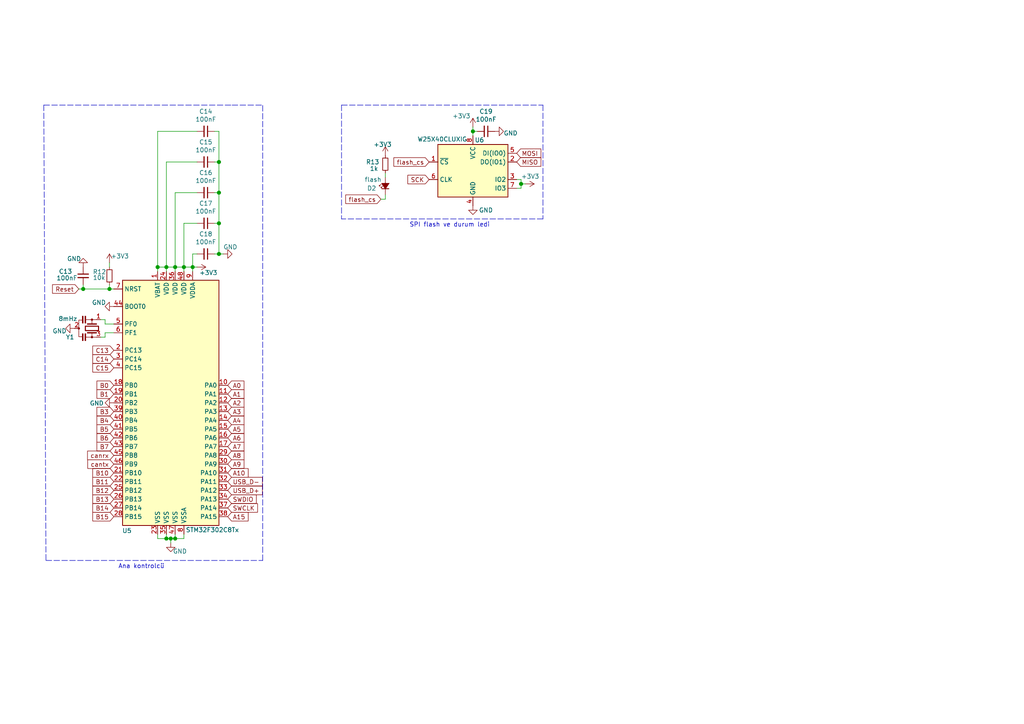
<source format=kicad_sch>
(kicad_sch (version 20201015) (generator eeschema)

  (page 1 8)

  (paper "A4")

  (lib_symbols
    (symbol "Device:C_Small" (pin_numbers hide) (pin_names (offset 0.254) hide) (in_bom yes) (on_board yes)
      (property "Reference" "C" (id 0) (at 0.254 1.778 0)
        (effects (font (size 1.27 1.27)) (justify left))
      )
      (property "Value" "C_Small" (id 1) (at 0.254 -2.032 0)
        (effects (font (size 1.27 1.27)) (justify left))
      )
      (property "Footprint" "" (id 2) (at 0 0 0)
        (effects (font (size 1.27 1.27)) hide)
      )
      (property "Datasheet" "~" (id 3) (at 0 0 0)
        (effects (font (size 1.27 1.27)) hide)
      )
      (property "ki_keywords" "capacitor cap" (id 4) (at 0 0 0)
        (effects (font (size 1.27 1.27)) hide)
      )
      (property "ki_description" "Unpolarized capacitor, small symbol" (id 5) (at 0 0 0)
        (effects (font (size 1.27 1.27)) hide)
      )
      (property "ki_fp_filters" "C_*" (id 6) (at 0 0 0)
        (effects (font (size 1.27 1.27)) hide)
      )
      (symbol "C_Small_0_1"
        (polyline
          (pts
            (xy -1.524 -0.508)
            (xy 1.524 -0.508)
          )
          (stroke (width 0.3302)) (fill (type none))
        )
        (polyline
          (pts
            (xy -1.524 0.508)
            (xy 1.524 0.508)
          )
          (stroke (width 0.3048)) (fill (type none))
        )
      )
      (symbol "C_Small_1_1"
        (pin passive line (at 0 2.54 270) (length 2.032)
          (name "~" (effects (font (size 1.27 1.27))))
          (number "1" (effects (font (size 1.27 1.27))))
        )
        (pin passive line (at 0 -2.54 90) (length 2.032)
          (name "~" (effects (font (size 1.27 1.27))))
          (number "2" (effects (font (size 1.27 1.27))))
        )
      )
    )
    (symbol "Device:LED_Small_Filled" (pin_numbers hide) (pin_names (offset 0.254) hide) (in_bom yes) (on_board yes)
      (property "Reference" "D" (id 0) (at -1.27 3.175 0)
        (effects (font (size 1.27 1.27)) (justify left))
      )
      (property "Value" "LED_Small_Filled" (id 1) (at -4.445 -2.54 0)
        (effects (font (size 1.27 1.27)) (justify left))
      )
      (property "Footprint" "" (id 2) (at 0 0 90)
        (effects (font (size 1.27 1.27)) hide)
      )
      (property "Datasheet" "~" (id 3) (at 0 0 90)
        (effects (font (size 1.27 1.27)) hide)
      )
      (property "ki_keywords" "LED diode light-emitting-diode" (id 4) (at 0 0 0)
        (effects (font (size 1.27 1.27)) hide)
      )
      (property "ki_description" "Light emitting diode, small symbol, filled shape" (id 5) (at 0 0 0)
        (effects (font (size 1.27 1.27)) hide)
      )
      (property "ki_fp_filters" "LED* LED_SMD:* LED_THT:*" (id 6) (at 0 0 0)
        (effects (font (size 1.27 1.27)) hide)
      )
      (symbol "LED_Small_Filled_0_1"
        (polyline
          (pts
            (xy -0.762 -1.016)
            (xy -0.762 1.016)
          )
          (stroke (width 0.254)) (fill (type none))
        )
        (polyline
          (pts
            (xy 1.016 0)
            (xy -0.762 0)
          )
          (stroke (width 0)) (fill (type none))
        )
        (polyline
          (pts
            (xy 0.762 -1.016)
            (xy -0.762 0)
            (xy 0.762 1.016)
            (xy 0.762 -1.016)
          )
          (stroke (width 0.254)) (fill (type outline))
        )
        (polyline
          (pts
            (xy 0 0.762)
            (xy -0.508 1.27)
            (xy -0.254 1.27)
            (xy -0.508 1.27)
            (xy -0.508 1.016)
          )
          (stroke (width 0)) (fill (type none))
        )
        (polyline
          (pts
            (xy 0.508 1.27)
            (xy 0 1.778)
            (xy 0.254 1.778)
            (xy 0 1.778)
            (xy 0 1.524)
          )
          (stroke (width 0)) (fill (type none))
        )
      )
      (symbol "LED_Small_Filled_1_1"
        (pin passive line (at -2.54 0 0) (length 1.778)
          (name "K" (effects (font (size 1.27 1.27))))
          (number "1" (effects (font (size 1.27 1.27))))
        )
        (pin passive line (at 2.54 0 180) (length 1.778)
          (name "A" (effects (font (size 1.27 1.27))))
          (number "2" (effects (font (size 1.27 1.27))))
        )
      )
    )
    (symbol "Device:R_Small" (pin_numbers hide) (pin_names (offset 0.254) hide) (in_bom yes) (on_board yes)
      (property "Reference" "R" (id 0) (at 0.762 0.508 0)
        (effects (font (size 1.27 1.27)) (justify left))
      )
      (property "Value" "R_Small" (id 1) (at 0.762 -1.016 0)
        (effects (font (size 1.27 1.27)) (justify left))
      )
      (property "Footprint" "" (id 2) (at 0 0 0)
        (effects (font (size 1.27 1.27)) hide)
      )
      (property "Datasheet" "~" (id 3) (at 0 0 0)
        (effects (font (size 1.27 1.27)) hide)
      )
      (property "ki_keywords" "R resistor" (id 4) (at 0 0 0)
        (effects (font (size 1.27 1.27)) hide)
      )
      (property "ki_description" "Resistor, small symbol" (id 5) (at 0 0 0)
        (effects (font (size 1.27 1.27)) hide)
      )
      (property "ki_fp_filters" "R_*" (id 6) (at 0 0 0)
        (effects (font (size 1.27 1.27)) hide)
      )
      (symbol "R_Small_0_1"
        (rectangle (start -0.762 1.778) (end 0.762 -1.778)
          (stroke (width 0.2032)) (fill (type none))
        )
      )
      (symbol "R_Small_1_1"
        (pin passive line (at 0 2.54 270) (length 0.762)
          (name "~" (effects (font (size 1.27 1.27))))
          (number "1" (effects (font (size 1.27 1.27))))
        )
        (pin passive line (at 0 -2.54 90) (length 0.762)
          (name "~" (effects (font (size 1.27 1.27))))
          (number "2" (effects (font (size 1.27 1.27))))
        )
      )
    )
    (symbol "Device:Resonator_Small" (pin_names (offset 1.016) hide) (in_bom yes) (on_board yes)
      (property "Reference" "Y" (id 0) (at 3.175 1.905 0)
        (effects (font (size 1.27 1.27)) (justify left))
      )
      (property "Value" "Resonator_Small" (id 1) (at 3.175 0 0)
        (effects (font (size 1.27 1.27)) (justify left))
      )
      (property "Footprint" "" (id 2) (at -0.635 0 0)
        (effects (font (size 1.27 1.27)) hide)
      )
      (property "Datasheet" "~" (id 3) (at -0.635 0 0)
        (effects (font (size 1.27 1.27)) hide)
      )
      (property "ki_keywords" "ceramic resonator" (id 4) (at 0 0 0)
        (effects (font (size 1.27 1.27)) hide)
      )
      (property "ki_description" "Three pin ceramic resonator, small symbol" (id 5) (at 0 0 0)
        (effects (font (size 1.27 1.27)) hide)
      )
      (property "ki_fp_filters" "Filter* Resonator*" (id 6) (at 0 0 0)
        (effects (font (size 1.27 1.27)) hide)
      )
      (symbol "Resonator_Small_0_1"
        (circle (center -2.54 0) (radius 0.254) (stroke (width 0)) (fill (type outline)))
        (circle (center 0 -3.81) (radius 0.254) (stroke (width 0)) (fill (type outline)))
        (circle (center 2.54 0) (radius 0.254) (stroke (width 0)) (fill (type outline)))
        (rectangle (start -3.556 -2.54) (end -1.524 -2.794)
          (stroke (width 0)) (fill (type outline))
        )
        (rectangle (start -3.556 -1.778) (end -1.524 -2.032)
          (stroke (width 0)) (fill (type outline))
        )
        (rectangle (start -0.635 1.905) (end 0.635 -1.905)
          (stroke (width 0.3048)) (fill (type none))
        )
        (rectangle (start 1.524 -2.54) (end 3.556 -2.794)
          (stroke (width 0)) (fill (type outline))
        )
        (rectangle (start 1.524 -1.778) (end 3.556 -2.032)
          (stroke (width 0)) (fill (type outline))
        )
        (polyline
          (pts
            (xy -2.54 -1.778)
            (xy -2.54 0)
          )
          (stroke (width 0)) (fill (type none))
        )
        (polyline
          (pts
            (xy -2.54 0)
            (xy -1.397 0)
          )
          (stroke (width 0)) (fill (type none))
        )
        (polyline
          (pts
            (xy -2.54 1.27)
            (xy -2.54 0)
          )
          (stroke (width 0)) (fill (type none))
        )
        (polyline
          (pts
            (xy -1.27 -1.27)
            (xy -1.27 1.27)
          )
          (stroke (width 0.381)) (fill (type none))
        )
        (polyline
          (pts
            (xy 1.27 -1.27)
            (xy 1.27 1.27)
          )
          (stroke (width 0.381)) (fill (type none))
        )
        (polyline
          (pts
            (xy 1.27 0)
            (xy 2.54 0)
          )
          (stroke (width 0)) (fill (type none))
        )
        (polyline
          (pts
            (xy 2.54 0)
            (xy 2.54 -1.778)
          )
          (stroke (width 0)) (fill (type none))
        )
        (polyline
          (pts
            (xy 2.54 1.27)
            (xy 2.54 0)
          )
          (stroke (width 0)) (fill (type none))
        )
        (polyline
          (pts
            (xy 2.413 -2.794)
            (xy 2.413 -3.81)
            (xy -2.413 -3.81)
            (xy -2.413 -2.667)
          )
          (stroke (width 0)) (fill (type none))
        )
      )
      (symbol "Resonator_Small_1_1"
        (pin passive line (at -2.54 2.54 270) (length 1.27)
          (name "1" (effects (font (size 1.27 1.27))))
          (number "1" (effects (font (size 1.27 1.27))))
        )
        (pin passive line (at 0 -5.08 90) (length 1.27)
          (name "2" (effects (font (size 1.27 1.27))))
          (number "2" (effects (font (size 1.27 1.27))))
        )
        (pin passive line (at 2.54 2.54 270) (length 1.27)
          (name "3" (effects (font (size 1.27 1.27))))
          (number "3" (effects (font (size 1.27 1.27))))
        )
      )
    )
    (symbol "MCU_ST_STM32F3:STM32F302C8Tx" (in_bom yes) (on_board yes)
      (property "Reference" "U" (id 0) (at -15.24 36.83 0)
        (effects (font (size 1.27 1.27)) (justify left))
      )
      (property "Value" "STM32F302C8Tx" (id 1) (at 7.62 36.83 0)
        (effects (font (size 1.27 1.27)) (justify left))
      )
      (property "Footprint" "Package_QFP:LQFP-48_7x7mm_P0.5mm" (id 2) (at -15.24 -35.56 0)
        (effects (font (size 1.27 1.27)) (justify right) hide)
      )
      (property "Datasheet" "http://www.st.com/st-web-ui/static/active/en/resource/technical/document/datasheet/DM00093333.pdf" (id 3) (at 0 0 0)
        (effects (font (size 1.27 1.27)) hide)
      )
      (property "ki_keywords" "ARM Cortex-M4 STM32F3 STM32F302" (id 4) (at 0 0 0)
        (effects (font (size 1.27 1.27)) hide)
      )
      (property "ki_description" "ARM Cortex-M4 MCU, 64KB flash, 16KB RAM, 72MHz, 2-3.6V, 37 GPIO, LQFP-48" (id 5) (at 0 0 0)
        (effects (font (size 1.27 1.27)) hide)
      )
      (symbol "STM32F302C8Tx_0_1"
        (rectangle (start -15.24 -35.56) (end 12.7 35.56)
          (stroke (width 0.254)) (fill (type background))
        )
      )
      (symbol "STM32F302C8Tx_1_1"
        (pin input line (at -17.78 27.94 0) (length 2.54)
          (name "BOOT0" (effects (font (size 1.27 1.27))))
          (number "44" (effects (font (size 1.27 1.27))))
        )
        (pin input line (at -17.78 33.02 0) (length 2.54)
          (name "NRST" (effects (font (size 1.27 1.27))))
          (number "7" (effects (font (size 1.27 1.27))))
        )
        (pin bidirectional line (at 15.24 5.08 180) (length 2.54)
          (name "PA0" (effects (font (size 1.27 1.27))))
          (number "10" (effects (font (size 1.27 1.27))))
        )
        (pin bidirectional line (at 15.24 2.54 180) (length 2.54)
          (name "PA1" (effects (font (size 1.27 1.27))))
          (number "11" (effects (font (size 1.27 1.27))))
        )
        (pin bidirectional line (at 15.24 -20.32 180) (length 2.54)
          (name "PA10" (effects (font (size 1.27 1.27))))
          (number "31" (effects (font (size 1.27 1.27))))
        )
        (pin bidirectional line (at 15.24 -22.86 180) (length 2.54)
          (name "PA11" (effects (font (size 1.27 1.27))))
          (number "32" (effects (font (size 1.27 1.27))))
        )
        (pin bidirectional line (at 15.24 -25.4 180) (length 2.54)
          (name "PA12" (effects (font (size 1.27 1.27))))
          (number "33" (effects (font (size 1.27 1.27))))
        )
        (pin bidirectional line (at 15.24 -27.94 180) (length 2.54)
          (name "PA13" (effects (font (size 1.27 1.27))))
          (number "34" (effects (font (size 1.27 1.27))))
        )
        (pin bidirectional line (at 15.24 -30.48 180) (length 2.54)
          (name "PA14" (effects (font (size 1.27 1.27))))
          (number "37" (effects (font (size 1.27 1.27))))
        )
        (pin bidirectional line (at 15.24 -33.02 180) (length 2.54)
          (name "PA15" (effects (font (size 1.27 1.27))))
          (number "38" (effects (font (size 1.27 1.27))))
        )
        (pin bidirectional line (at 15.24 0 180) (length 2.54)
          (name "PA2" (effects (font (size 1.27 1.27))))
          (number "12" (effects (font (size 1.27 1.27))))
        )
        (pin bidirectional line (at 15.24 -2.54 180) (length 2.54)
          (name "PA3" (effects (font (size 1.27 1.27))))
          (number "13" (effects (font (size 1.27 1.27))))
        )
        (pin bidirectional line (at 15.24 -5.08 180) (length 2.54)
          (name "PA4" (effects (font (size 1.27 1.27))))
          (number "14" (effects (font (size 1.27 1.27))))
        )
        (pin bidirectional line (at 15.24 -7.62 180) (length 2.54)
          (name "PA5" (effects (font (size 1.27 1.27))))
          (number "15" (effects (font (size 1.27 1.27))))
        )
        (pin bidirectional line (at 15.24 -10.16 180) (length 2.54)
          (name "PA6" (effects (font (size 1.27 1.27))))
          (number "16" (effects (font (size 1.27 1.27))))
        )
        (pin bidirectional line (at 15.24 -12.7 180) (length 2.54)
          (name "PA7" (effects (font (size 1.27 1.27))))
          (number "17" (effects (font (size 1.27 1.27))))
        )
        (pin bidirectional line (at 15.24 -15.24 180) (length 2.54)
          (name "PA8" (effects (font (size 1.27 1.27))))
          (number "29" (effects (font (size 1.27 1.27))))
        )
        (pin bidirectional line (at 15.24 -17.78 180) (length 2.54)
          (name "PA9" (effects (font (size 1.27 1.27))))
          (number "30" (effects (font (size 1.27 1.27))))
        )
        (pin bidirectional line (at -17.78 5.08 0) (length 2.54)
          (name "PB0" (effects (font (size 1.27 1.27))))
          (number "18" (effects (font (size 1.27 1.27))))
        )
        (pin bidirectional line (at -17.78 2.54 0) (length 2.54)
          (name "PB1" (effects (font (size 1.27 1.27))))
          (number "19" (effects (font (size 1.27 1.27))))
        )
        (pin bidirectional line (at -17.78 -20.32 0) (length 2.54)
          (name "PB10" (effects (font (size 1.27 1.27))))
          (number "21" (effects (font (size 1.27 1.27))))
        )
        (pin bidirectional line (at -17.78 -22.86 0) (length 2.54)
          (name "PB11" (effects (font (size 1.27 1.27))))
          (number "22" (effects (font (size 1.27 1.27))))
        )
        (pin bidirectional line (at -17.78 -25.4 0) (length 2.54)
          (name "PB12" (effects (font (size 1.27 1.27))))
          (number "25" (effects (font (size 1.27 1.27))))
        )
        (pin bidirectional line (at -17.78 -27.94 0) (length 2.54)
          (name "PB13" (effects (font (size 1.27 1.27))))
          (number "26" (effects (font (size 1.27 1.27))))
        )
        (pin bidirectional line (at -17.78 -30.48 0) (length 2.54)
          (name "PB14" (effects (font (size 1.27 1.27))))
          (number "27" (effects (font (size 1.27 1.27))))
        )
        (pin bidirectional line (at -17.78 -33.02 0) (length 2.54)
          (name "PB15" (effects (font (size 1.27 1.27))))
          (number "28" (effects (font (size 1.27 1.27))))
        )
        (pin bidirectional line (at -17.78 0 0) (length 2.54)
          (name "PB2" (effects (font (size 1.27 1.27))))
          (number "20" (effects (font (size 1.27 1.27))))
        )
        (pin bidirectional line (at -17.78 -2.54 0) (length 2.54)
          (name "PB3" (effects (font (size 1.27 1.27))))
          (number "39" (effects (font (size 1.27 1.27))))
        )
        (pin bidirectional line (at -17.78 -5.08 0) (length 2.54)
          (name "PB4" (effects (font (size 1.27 1.27))))
          (number "40" (effects (font (size 1.27 1.27))))
        )
        (pin bidirectional line (at -17.78 -7.62 0) (length 2.54)
          (name "PB5" (effects (font (size 1.27 1.27))))
          (number "41" (effects (font (size 1.27 1.27))))
        )
        (pin bidirectional line (at -17.78 -10.16 0) (length 2.54)
          (name "PB6" (effects (font (size 1.27 1.27))))
          (number "42" (effects (font (size 1.27 1.27))))
        )
        (pin bidirectional line (at -17.78 -12.7 0) (length 2.54)
          (name "PB7" (effects (font (size 1.27 1.27))))
          (number "43" (effects (font (size 1.27 1.27))))
        )
        (pin bidirectional line (at -17.78 -15.24 0) (length 2.54)
          (name "PB8" (effects (font (size 1.27 1.27))))
          (number "45" (effects (font (size 1.27 1.27))))
        )
        (pin bidirectional line (at -17.78 -17.78 0) (length 2.54)
          (name "PB9" (effects (font (size 1.27 1.27))))
          (number "46" (effects (font (size 1.27 1.27))))
        )
        (pin bidirectional line (at -17.78 15.24 0) (length 2.54)
          (name "PC13" (effects (font (size 1.27 1.27))))
          (number "2" (effects (font (size 1.27 1.27))))
        )
        (pin bidirectional line (at -17.78 12.7 0) (length 2.54)
          (name "PC14" (effects (font (size 1.27 1.27))))
          (number "3" (effects (font (size 1.27 1.27))))
        )
        (pin bidirectional line (at -17.78 10.16 0) (length 2.54)
          (name "PC15" (effects (font (size 1.27 1.27))))
          (number "4" (effects (font (size 1.27 1.27))))
        )
        (pin input line (at -17.78 22.86 0) (length 2.54)
          (name "PF0" (effects (font (size 1.27 1.27))))
          (number "5" (effects (font (size 1.27 1.27))))
        )
        (pin input line (at -17.78 20.32 0) (length 2.54)
          (name "PF1" (effects (font (size 1.27 1.27))))
          (number "6" (effects (font (size 1.27 1.27))))
        )
        (pin power_in line (at -5.08 38.1 270) (length 2.54)
          (name "VBAT" (effects (font (size 1.27 1.27))))
          (number "1" (effects (font (size 1.27 1.27))))
        )
        (pin power_in line (at -2.54 38.1 270) (length 2.54)
          (name "VDD" (effects (font (size 1.27 1.27))))
          (number "24" (effects (font (size 1.27 1.27))))
        )
        (pin power_in line (at 0 38.1 270) (length 2.54)
          (name "VDD" (effects (font (size 1.27 1.27))))
          (number "36" (effects (font (size 1.27 1.27))))
        )
        (pin power_in line (at 2.54 38.1 270) (length 2.54)
          (name "VDD" (effects (font (size 1.27 1.27))))
          (number "48" (effects (font (size 1.27 1.27))))
        )
        (pin power_in line (at 5.08 38.1 270) (length 2.54)
          (name "VDDA" (effects (font (size 1.27 1.27))))
          (number "9" (effects (font (size 1.27 1.27))))
        )
        (pin power_in line (at -5.08 -38.1 90) (length 2.54)
          (name "VSS" (effects (font (size 1.27 1.27))))
          (number "23" (effects (font (size 1.27 1.27))))
        )
        (pin power_in line (at -2.54 -38.1 90) (length 2.54)
          (name "VSS" (effects (font (size 1.27 1.27))))
          (number "35" (effects (font (size 1.27 1.27))))
        )
        (pin power_in line (at 0 -38.1 90) (length 2.54)
          (name "VSS" (effects (font (size 1.27 1.27))))
          (number "47" (effects (font (size 1.27 1.27))))
        )
        (pin power_in line (at 2.54 -38.1 90) (length 2.54)
          (name "VSSA" (effects (font (size 1.27 1.27))))
          (number "8" (effects (font (size 1.27 1.27))))
        )
      )
    )
    (symbol "Memory_Flash:W25Q32JVSS" (in_bom yes) (on_board yes)
      (property "Reference" "U" (id 0) (at -8.89 8.89 0)
        (effects (font (size 1.27 1.27)))
      )
      (property "Value" "W25Q32JVSS" (id 1) (at 7.62 8.89 0)
        (effects (font (size 1.27 1.27)))
      )
      (property "Footprint" "Package_SO:SOIC-8_5.23x5.23mm_P1.27mm" (id 2) (at 0 0 0)
        (effects (font (size 1.27 1.27)) hide)
      )
      (property "Datasheet" "http://www.winbond.com/resource-files/w25q32jv%20revg%2003272018%20plus.pdf" (id 3) (at 0 0 0)
        (effects (font (size 1.27 1.27)) hide)
      )
      (property "ki_keywords" "flash memory SPI" (id 4) (at 0 0 0)
        (effects (font (size 1.27 1.27)) hide)
      )
      (property "ki_description" "32Mb Serial Flash Memory, Standard/Dual/Quad SPI, SOIC-8" (id 5) (at 0 0 0)
        (effects (font (size 1.27 1.27)) hide)
      )
      (property "ki_fp_filters" "SOIC*5.23x5.23mm*P1.27mm*" (id 6) (at 0 0 0)
        (effects (font (size 1.27 1.27)) hide)
      )
      (symbol "W25Q32JVSS_0_1"
        (rectangle (start -10.16 7.62) (end 10.16 -7.62)
          (stroke (width 0.254)) (fill (type background))
        )
      )
      (symbol "W25Q32JVSS_1_1"
        (pin input line (at -12.7 2.54 0) (length 2.54)
          (name "~CS" (effects (font (size 1.27 1.27))))
          (number "1" (effects (font (size 1.27 1.27))))
        )
        (pin bidirectional line (at 12.7 2.54 180) (length 2.54)
          (name "DO(IO1)" (effects (font (size 1.27 1.27))))
          (number "2" (effects (font (size 1.27 1.27))))
        )
        (pin bidirectional line (at 12.7 -2.54 180) (length 2.54)
          (name "IO2" (effects (font (size 1.27 1.27))))
          (number "3" (effects (font (size 1.27 1.27))))
        )
        (pin power_in line (at 0 -10.16 90) (length 2.54)
          (name "GND" (effects (font (size 1.27 1.27))))
          (number "4" (effects (font (size 1.27 1.27))))
        )
        (pin bidirectional line (at 12.7 5.08 180) (length 2.54)
          (name "DI(IO0)" (effects (font (size 1.27 1.27))))
          (number "5" (effects (font (size 1.27 1.27))))
        )
        (pin input line (at -12.7 -2.54 0) (length 2.54)
          (name "CLK" (effects (font (size 1.27 1.27))))
          (number "6" (effects (font (size 1.27 1.27))))
        )
        (pin bidirectional line (at 12.7 -5.08 180) (length 2.54)
          (name "IO3" (effects (font (size 1.27 1.27))))
          (number "7" (effects (font (size 1.27 1.27))))
        )
        (pin power_in line (at 0 10.16 270) (length 2.54)
          (name "VCC" (effects (font (size 1.27 1.27))))
          (number "8" (effects (font (size 1.27 1.27))))
        )
      )
    )
    (symbol "power:+3V3" (power) (pin_names (offset 0)) (in_bom yes) (on_board yes)
      (property "Reference" "#PWR" (id 0) (at 0 -3.81 0)
        (effects (font (size 1.27 1.27)) hide)
      )
      (property "Value" "+3V3" (id 1) (at 0 3.556 0)
        (effects (font (size 1.27 1.27)))
      )
      (property "Footprint" "" (id 2) (at 0 0 0)
        (effects (font (size 1.27 1.27)) hide)
      )
      (property "Datasheet" "" (id 3) (at 0 0 0)
        (effects (font (size 1.27 1.27)) hide)
      )
      (property "ki_keywords" "power-flag" (id 4) (at 0 0 0)
        (effects (font (size 1.27 1.27)) hide)
      )
      (property "ki_description" "Power symbol creates a global label with name \"+3V3\"" (id 5) (at 0 0 0)
        (effects (font (size 1.27 1.27)) hide)
      )
      (symbol "+3V3_0_1"
        (polyline
          (pts
            (xy -0.762 1.27)
            (xy 0 2.54)
          )
          (stroke (width 0)) (fill (type none))
        )
        (polyline
          (pts
            (xy 0 0)
            (xy 0 2.54)
          )
          (stroke (width 0)) (fill (type none))
        )
        (polyline
          (pts
            (xy 0 2.54)
            (xy 0.762 1.27)
          )
          (stroke (width 0)) (fill (type none))
        )
      )
      (symbol "+3V3_1_1"
        (pin power_in line (at 0 0 90) (length 0) hide
          (name "+3V3" (effects (font (size 1.27 1.27))))
          (number "1" (effects (font (size 1.27 1.27))))
        )
      )
    )
    (symbol "power:GND" (power) (pin_names (offset 0)) (in_bom yes) (on_board yes)
      (property "Reference" "#PWR" (id 0) (at 0 -6.35 0)
        (effects (font (size 1.27 1.27)) hide)
      )
      (property "Value" "GND" (id 1) (at 0 -3.81 0)
        (effects (font (size 1.27 1.27)))
      )
      (property "Footprint" "" (id 2) (at 0 0 0)
        (effects (font (size 1.27 1.27)) hide)
      )
      (property "Datasheet" "" (id 3) (at 0 0 0)
        (effects (font (size 1.27 1.27)) hide)
      )
      (property "ki_keywords" "power-flag" (id 4) (at 0 0 0)
        (effects (font (size 1.27 1.27)) hide)
      )
      (property "ki_description" "Power symbol creates a global label with name \"GND\" , ground" (id 5) (at 0 0 0)
        (effects (font (size 1.27 1.27)) hide)
      )
      (symbol "GND_0_1"
        (polyline
          (pts
            (xy 0 0)
            (xy 0 -1.27)
            (xy 1.27 -1.27)
            (xy 0 -2.54)
            (xy -1.27 -1.27)
            (xy 0 -1.27)
          )
          (stroke (width 0)) (fill (type none))
        )
      )
      (symbol "GND_1_1"
        (pin power_in line (at 0 0 270) (length 0) hide
          (name "GND" (effects (font (size 1.27 1.27))))
          (number "1" (effects (font (size 1.27 1.27))))
        )
      )
    )
  )

  (junction (at 24.13 83.82) (diameter 1.016) (color 0 0 0 0))
  (junction (at 31.75 83.82) (diameter 1.016) (color 0 0 0 0))
  (junction (at 45.72 77.47) (diameter 1.016) (color 0 0 0 0))
  (junction (at 48.26 77.47) (diameter 1.016) (color 0 0 0 0))
  (junction (at 48.26 156.21) (diameter 1.016) (color 0 0 0 0))
  (junction (at 49.53 156.21) (diameter 1.016) (color 0 0 0 0))
  (junction (at 50.8 77.47) (diameter 1.016) (color 0 0 0 0))
  (junction (at 50.8 156.21) (diameter 1.016) (color 0 0 0 0))
  (junction (at 53.34 77.47) (diameter 1.016) (color 0 0 0 0))
  (junction (at 55.88 77.47) (diameter 1.016) (color 0 0 0 0))
  (junction (at 63.5 46.99) (diameter 1.016) (color 0 0 0 0))
  (junction (at 63.5 55.88) (diameter 1.016) (color 0 0 0 0))
  (junction (at 63.5 64.77) (diameter 1.016) (color 0 0 0 0))
  (junction (at 63.5 73.66) (diameter 1.016) (color 0 0 0 0))
  (junction (at 137.16 38.1) (diameter 1.016) (color 0 0 0 0))
  (junction (at 151.13 53.34) (diameter 1.016) (color 0 0 0 0))

  (wire (pts (xy 22.86 83.82) (xy 24.13 83.82))
    (stroke (width 0) (type solid) (color 0 0 0 0))
  )
  (wire (pts (xy 24.13 82.55) (xy 24.13 83.82))
    (stroke (width 0) (type solid) (color 0 0 0 0))
  )
  (wire (pts (xy 24.13 83.82) (xy 31.75 83.82))
    (stroke (width 0) (type solid) (color 0 0 0 0))
  )
  (wire (pts (xy 29.21 92.71) (xy 30.48 92.71))
    (stroke (width 0) (type solid) (color 0 0 0 0))
  )
  (wire (pts (xy 29.21 97.79) (xy 30.48 97.79))
    (stroke (width 0) (type solid) (color 0 0 0 0))
  )
  (wire (pts (xy 30.48 92.71) (xy 30.48 93.98))
    (stroke (width 0) (type solid) (color 0 0 0 0))
  )
  (wire (pts (xy 30.48 93.98) (xy 33.02 93.98))
    (stroke (width 0) (type solid) (color 0 0 0 0))
  )
  (wire (pts (xy 30.48 96.52) (xy 33.02 96.52))
    (stroke (width 0) (type solid) (color 0 0 0 0))
  )
  (wire (pts (xy 30.48 97.79) (xy 30.48 96.52))
    (stroke (width 0) (type solid) (color 0 0 0 0))
  )
  (wire (pts (xy 31.75 77.47) (xy 31.75 76.2))
    (stroke (width 0) (type solid) (color 0 0 0 0))
  )
  (wire (pts (xy 31.75 82.55) (xy 31.75 83.82))
    (stroke (width 0) (type solid) (color 0 0 0 0))
  )
  (wire (pts (xy 31.75 83.82) (xy 33.02 83.82))
    (stroke (width 0) (type solid) (color 0 0 0 0))
  )
  (wire (pts (xy 45.72 38.1) (xy 45.72 77.47))
    (stroke (width 0) (type solid) (color 0 0 0 0))
  )
  (wire (pts (xy 45.72 77.47) (xy 48.26 77.47))
    (stroke (width 0) (type solid) (color 0 0 0 0))
  )
  (wire (pts (xy 45.72 78.74) (xy 45.72 77.47))
    (stroke (width 0) (type solid) (color 0 0 0 0))
  )
  (wire (pts (xy 45.72 154.94) (xy 45.72 156.21))
    (stroke (width 0) (type solid) (color 0 0 0 0))
  )
  (wire (pts (xy 45.72 156.21) (xy 48.26 156.21))
    (stroke (width 0) (type solid) (color 0 0 0 0))
  )
  (wire (pts (xy 48.26 46.99) (xy 48.26 77.47))
    (stroke (width 0) (type solid) (color 0 0 0 0))
  )
  (wire (pts (xy 48.26 77.47) (xy 48.26 78.74))
    (stroke (width 0) (type solid) (color 0 0 0 0))
  )
  (wire (pts (xy 48.26 77.47) (xy 50.8 77.47))
    (stroke (width 0) (type solid) (color 0 0 0 0))
  )
  (wire (pts (xy 48.26 154.94) (xy 48.26 156.21))
    (stroke (width 0) (type solid) (color 0 0 0 0))
  )
  (wire (pts (xy 48.26 156.21) (xy 49.53 156.21))
    (stroke (width 0) (type solid) (color 0 0 0 0))
  )
  (wire (pts (xy 49.53 156.21) (xy 49.53 157.48))
    (stroke (width 0) (type solid) (color 0 0 0 0))
  )
  (wire (pts (xy 50.8 55.88) (xy 50.8 77.47))
    (stroke (width 0) (type solid) (color 0 0 0 0))
  )
  (wire (pts (xy 50.8 77.47) (xy 50.8 78.74))
    (stroke (width 0) (type solid) (color 0 0 0 0))
  )
  (wire (pts (xy 50.8 77.47) (xy 53.34 77.47))
    (stroke (width 0) (type solid) (color 0 0 0 0))
  )
  (wire (pts (xy 50.8 154.94) (xy 50.8 156.21))
    (stroke (width 0) (type solid) (color 0 0 0 0))
  )
  (wire (pts (xy 50.8 156.21) (xy 49.53 156.21))
    (stroke (width 0) (type solid) (color 0 0 0 0))
  )
  (wire (pts (xy 53.34 64.77) (xy 53.34 77.47))
    (stroke (width 0) (type solid) (color 0 0 0 0))
  )
  (wire (pts (xy 53.34 77.47) (xy 53.34 78.74))
    (stroke (width 0) (type solid) (color 0 0 0 0))
  )
  (wire (pts (xy 53.34 77.47) (xy 55.88 77.47))
    (stroke (width 0) (type solid) (color 0 0 0 0))
  )
  (wire (pts (xy 53.34 154.94) (xy 53.34 156.21))
    (stroke (width 0) (type solid) (color 0 0 0 0))
  )
  (wire (pts (xy 53.34 156.21) (xy 50.8 156.21))
    (stroke (width 0) (type solid) (color 0 0 0 0))
  )
  (wire (pts (xy 55.88 73.66) (xy 55.88 77.47))
    (stroke (width 0) (type solid) (color 0 0 0 0))
  )
  (wire (pts (xy 55.88 77.47) (xy 55.88 78.74))
    (stroke (width 0) (type solid) (color 0 0 0 0))
  )
  (wire (pts (xy 55.88 77.47) (xy 57.15 77.47))
    (stroke (width 0) (type solid) (color 0 0 0 0))
  )
  (wire (pts (xy 57.15 38.1) (xy 45.72 38.1))
    (stroke (width 0) (type solid) (color 0 0 0 0))
  )
  (wire (pts (xy 57.15 46.99) (xy 48.26 46.99))
    (stroke (width 0) (type solid) (color 0 0 0 0))
  )
  (wire (pts (xy 57.15 55.88) (xy 50.8 55.88))
    (stroke (width 0) (type solid) (color 0 0 0 0))
  )
  (wire (pts (xy 57.15 64.77) (xy 53.34 64.77))
    (stroke (width 0) (type solid) (color 0 0 0 0))
  )
  (wire (pts (xy 57.15 73.66) (xy 55.88 73.66))
    (stroke (width 0) (type solid) (color 0 0 0 0))
  )
  (wire (pts (xy 62.23 38.1) (xy 63.5 38.1))
    (stroke (width 0) (type solid) (color 0 0 0 0))
  )
  (wire (pts (xy 62.23 46.99) (xy 63.5 46.99))
    (stroke (width 0) (type solid) (color 0 0 0 0))
  )
  (wire (pts (xy 62.23 55.88) (xy 63.5 55.88))
    (stroke (width 0) (type solid) (color 0 0 0 0))
  )
  (wire (pts (xy 62.23 64.77) (xy 63.5 64.77))
    (stroke (width 0) (type solid) (color 0 0 0 0))
  )
  (wire (pts (xy 62.23 73.66) (xy 63.5 73.66))
    (stroke (width 0) (type solid) (color 0 0 0 0))
  )
  (wire (pts (xy 63.5 38.1) (xy 63.5 46.99))
    (stroke (width 0) (type solid) (color 0 0 0 0))
  )
  (wire (pts (xy 63.5 46.99) (xy 63.5 55.88))
    (stroke (width 0) (type solid) (color 0 0 0 0))
  )
  (wire (pts (xy 63.5 55.88) (xy 63.5 64.77))
    (stroke (width 0) (type solid) (color 0 0 0 0))
  )
  (wire (pts (xy 63.5 64.77) (xy 63.5 73.66))
    (stroke (width 0) (type solid) (color 0 0 0 0))
  )
  (wire (pts (xy 63.5 73.66) (xy 64.77 73.66))
    (stroke (width 0) (type solid) (color 0 0 0 0))
  )
  (wire (pts (xy 110.49 57.785) (xy 111.76 57.785))
    (stroke (width 0) (type solid) (color 0 0 0 0))
  )
  (wire (pts (xy 111.76 51.435) (xy 111.76 50.165))
    (stroke (width 0) (type solid) (color 0 0 0 0))
  )
  (wire (pts (xy 111.76 57.785) (xy 111.76 56.515))
    (stroke (width 0) (type solid) (color 0 0 0 0))
  )
  (wire (pts (xy 137.16 38.1) (xy 137.16 36.83))
    (stroke (width 0) (type solid) (color 0 0 0 0))
  )
  (wire (pts (xy 137.16 38.1) (xy 137.16 39.37))
    (stroke (width 0) (type solid) (color 0 0 0 0))
  )
  (wire (pts (xy 138.43 38.1) (xy 137.16 38.1))
    (stroke (width 0) (type solid) (color 0 0 0 0))
  )
  (wire (pts (xy 149.86 52.07) (xy 151.13 52.07))
    (stroke (width 0) (type solid) (color 0 0 0 0))
  )
  (wire (pts (xy 149.86 54.61) (xy 151.13 54.61))
    (stroke (width 0) (type solid) (color 0 0 0 0))
  )
  (wire (pts (xy 151.13 52.07) (xy 151.13 53.34))
    (stroke (width 0) (type solid) (color 0 0 0 0))
  )
  (wire (pts (xy 151.13 53.34) (xy 152.4 53.34))
    (stroke (width 0) (type solid) (color 0 0 0 0))
  )
  (wire (pts (xy 151.13 54.61) (xy 151.13 53.34))
    (stroke (width 0) (type solid) (color 0 0 0 0))
  )
  (polyline (pts (xy 12.7 30.48) (xy 13.335 162.56))
    (stroke (width 0) (type dash) (color 0 0 0 0))
  )
  (polyline (pts (xy 12.7 30.48) (xy 67.31 30.48))
    (stroke (width 0) (type dash) (color 0 0 0 0))
  )
  (polyline (pts (xy 13.335 162.56) (xy 76.2 162.56))
    (stroke (width 0) (type dash) (color 0 0 0 0))
  )
  (polyline (pts (xy 67.31 30.48) (xy 76.2 30.48))
    (stroke (width 0) (type dash) (color 0 0 0 0))
  )
  (polyline (pts (xy 76.2 162.56) (xy 76.2 30.48))
    (stroke (width 0) (type dash) (color 0 0 0 0))
  )
  (polyline (pts (xy 99.06 30.48) (xy 99.06 63.5))
    (stroke (width 0) (type dash) (color 0 0 0 0))
  )
  (polyline (pts (xy 99.06 30.48) (xy 144.78 30.48))
    (stroke (width 0) (type dash) (color 0 0 0 0))
  )
  (polyline (pts (xy 144.78 30.48) (xy 157.48 30.48))
    (stroke (width 0) (type dash) (color 0 0 0 0))
  )
  (polyline (pts (xy 157.48 30.48) (xy 157.48 63.5))
    (stroke (width 0) (type dash) (color 0 0 0 0))
  )
  (polyline (pts (xy 157.48 63.5) (xy 99.06 63.5))
    (stroke (width 0) (type dash) (color 0 0 0 0))
  )

  (text "Ana kontrolcü" (at 34.29 165.1 0)
    (effects (font (size 1.27 1.27)) (justify left bottom))
  )
  (text "SPI flash ve durum ledi" (at 118.745 66.04 0)
    (effects (font (size 1.27 1.27)) (justify left bottom))
  )

  (global_label "Reset" (shape input) (at 22.86 83.82 180)    (property "Intersheet References" "${INTERSHEET_REFS}" (id 0) (at 13.7219 83.7406 0)
      (effects (font (size 1.27 1.27)) (justify right) hide)
    )

    (effects (font (size 1.27 1.27)) (justify right))
  )
  (global_label "C13" (shape input) (at 33.02 101.6 180)    (property "Intersheet References" "${INTERSHEET_REFS}" (id 0) (at 25.3939 101.5206 0)
      (effects (font (size 1.27 1.27)) (justify right) hide)
    )

    (effects (font (size 1.27 1.27)) (justify right))
  )
  (global_label "C14" (shape input) (at 33.02 104.14 180)    (property "Intersheet References" "${INTERSHEET_REFS}" (id 0) (at 25.3939 104.0606 0)
      (effects (font (size 1.27 1.27)) (justify right) hide)
    )

    (effects (font (size 1.27 1.27)) (justify right))
  )
  (global_label "C15" (shape input) (at 33.02 106.68 180)    (property "Intersheet References" "${INTERSHEET_REFS}" (id 0) (at 25.3939 106.6006 0)
      (effects (font (size 1.27 1.27)) (justify right) hide)
    )

    (effects (font (size 1.27 1.27)) (justify right))
  )
  (global_label "B0" (shape input) (at 33.02 111.76 180)    (property "Intersheet References" "${INTERSHEET_REFS}" (id 0) (at 26.6034 111.6806 0)
      (effects (font (size 1.27 1.27)) (justify right) hide)
    )

    (effects (font (size 1.27 1.27)) (justify right))
  )
  (global_label "B1" (shape input) (at 33.02 114.3 180)    (property "Intersheet References" "${INTERSHEET_REFS}" (id 0) (at 26.6034 114.2206 0)
      (effects (font (size 1.27 1.27)) (justify right) hide)
    )

    (effects (font (size 1.27 1.27)) (justify right))
  )
  (global_label "B3" (shape input) (at 33.02 119.38 180)    (property "Intersheet References" "${INTERSHEET_REFS}" (id 0) (at 26.6034 119.3006 0)
      (effects (font (size 1.27 1.27)) (justify right) hide)
    )

    (effects (font (size 1.27 1.27)) (justify right))
  )
  (global_label "B4" (shape input) (at 33.02 121.92 180)    (property "Intersheet References" "${INTERSHEET_REFS}" (id 0) (at 26.6034 121.8406 0)
      (effects (font (size 1.27 1.27)) (justify right) hide)
    )

    (effects (font (size 1.27 1.27)) (justify right))
  )
  (global_label "B5" (shape input) (at 33.02 124.46 180)    (property "Intersheet References" "${INTERSHEET_REFS}" (id 0) (at 26.6034 124.3806 0)
      (effects (font (size 1.27 1.27)) (justify right) hide)
    )

    (effects (font (size 1.27 1.27)) (justify right))
  )
  (global_label "B6" (shape input) (at 33.02 127 180)    (property "Intersheet References" "${INTERSHEET_REFS}" (id 0) (at 26.6034 126.9206 0)
      (effects (font (size 1.27 1.27)) (justify right) hide)
    )

    (effects (font (size 1.27 1.27)) (justify right))
  )
  (global_label "B7" (shape input) (at 33.02 129.54 180)    (property "Intersheet References" "${INTERSHEET_REFS}" (id 0) (at 26.6034 129.4606 0)
      (effects (font (size 1.27 1.27)) (justify right) hide)
    )

    (effects (font (size 1.27 1.27)) (justify right))
  )
  (global_label "canrx" (shape input) (at 33.02 132.08 180)    (property "Intersheet References" "${INTERSHEET_REFS}" (id 0) (at 21.3419 132.0006 0)
      (effects (font (size 1.27 1.27)) (justify right) hide)
    )

    (effects (font (size 1.27 1.27)) (justify right))
  )
  (global_label "cantx" (shape input) (at 33.02 134.62 180)    (property "Intersheet References" "${INTERSHEET_REFS}" (id 0) (at 21.4024 134.5406 0)
      (effects (font (size 1.27 1.27)) (justify right) hide)
    )

    (effects (font (size 1.27 1.27)) (justify right))
  )
  (global_label "B10" (shape input) (at 33.02 137.16 180)    (property "Intersheet References" "${INTERSHEET_REFS}" (id 0) (at 25.3939 137.0806 0)
      (effects (font (size 1.27 1.27)) (justify right) hide)
    )

    (effects (font (size 1.27 1.27)) (justify right))
  )
  (global_label "B11" (shape input) (at 33.02 139.7 180)    (property "Intersheet References" "${INTERSHEET_REFS}" (id 0) (at 25.3939 139.6206 0)
      (effects (font (size 1.27 1.27)) (justify right) hide)
    )

    (effects (font (size 1.27 1.27)) (justify right))
  )
  (global_label "B12" (shape input) (at 33.02 142.24 180)    (property "Intersheet References" "${INTERSHEET_REFS}" (id 0) (at 25.3939 142.1606 0)
      (effects (font (size 1.27 1.27)) (justify right) hide)
    )

    (effects (font (size 1.27 1.27)) (justify right))
  )
  (global_label "B13" (shape input) (at 33.02 144.78 180)    (property "Intersheet References" "${INTERSHEET_REFS}" (id 0) (at 25.3939 144.7006 0)
      (effects (font (size 1.27 1.27)) (justify right) hide)
    )

    (effects (font (size 1.27 1.27)) (justify right))
  )
  (global_label "B14" (shape input) (at 33.02 147.32 180)    (property "Intersheet References" "${INTERSHEET_REFS}" (id 0) (at 25.3939 147.2406 0)
      (effects (font (size 1.27 1.27)) (justify right) hide)
    )

    (effects (font (size 1.27 1.27)) (justify right))
  )
  (global_label "B15" (shape input) (at 33.02 149.86 180)    (property "Intersheet References" "${INTERSHEET_REFS}" (id 0) (at 25.3939 149.7806 0)
      (effects (font (size 1.27 1.27)) (justify right) hide)
    )

    (effects (font (size 1.27 1.27)) (justify right))
  )
  (global_label "A0" (shape input) (at 66.04 111.76 0)    (property "Intersheet References" "${INTERSHEET_REFS}" (id 0) (at 72.2752 111.6806 0)
      (effects (font (size 1.27 1.27)) (justify left) hide)
    )

    (effects (font (size 1.27 1.27)) (justify left))
  )
  (global_label "A1" (shape input) (at 66.04 114.3 0)    (property "Intersheet References" "${INTERSHEET_REFS}" (id 0) (at 72.2752 114.2206 0)
      (effects (font (size 1.27 1.27)) (justify left) hide)
    )

    (effects (font (size 1.27 1.27)) (justify left))
  )
  (global_label "A2" (shape input) (at 66.04 116.84 0)    (property "Intersheet References" "${INTERSHEET_REFS}" (id 0) (at 64.8848 116.7606 0)
      (effects (font (size 1.27 1.27)) (justify right) hide)
    )

    (effects (font (size 1.27 1.27)) (justify left))
  )
  (global_label "A3" (shape input) (at 66.04 119.38 0)    (property "Intersheet References" "${INTERSHEET_REFS}" (id 0) (at 64.8848 119.3006 0)
      (effects (font (size 1.27 1.27)) (justify right) hide)
    )

    (effects (font (size 1.27 1.27)) (justify left))
  )
  (global_label "A4" (shape input) (at 66.04 121.92 0)    (property "Intersheet References" "${INTERSHEET_REFS}" (id 0) (at 64.8848 121.8406 0)
      (effects (font (size 1.27 1.27)) (justify right) hide)
    )

    (effects (font (size 1.27 1.27)) (justify left))
  )
  (global_label "A5" (shape input) (at 66.04 124.46 0)    (property "Intersheet References" "${INTERSHEET_REFS}" (id 0) (at 64.8848 124.3806 0)
      (effects (font (size 1.27 1.27)) (justify right) hide)
    )

    (effects (font (size 1.27 1.27)) (justify left))
  )
  (global_label "A6" (shape input) (at 66.04 127 0)    (property "Intersheet References" "${INTERSHEET_REFS}" (id 0) (at 64.8848 126.9206 0)
      (effects (font (size 1.27 1.27)) (justify right) hide)
    )

    (effects (font (size 1.27 1.27)) (justify left))
  )
  (global_label "A7" (shape input) (at 66.04 129.54 0)    (property "Intersheet References" "${INTERSHEET_REFS}" (id 0) (at 64.8848 129.4606 0)
      (effects (font (size 1.27 1.27)) (justify right) hide)
    )

    (effects (font (size 1.27 1.27)) (justify left))
  )
  (global_label "A8" (shape input) (at 66.04 132.08 0)    (property "Intersheet References" "${INTERSHEET_REFS}" (id 0) (at 64.8848 132.0006 0)
      (effects (font (size 1.27 1.27)) (justify right) hide)
    )

    (effects (font (size 1.27 1.27)) (justify left))
  )
  (global_label "A9" (shape input) (at 66.04 134.62 0)    (property "Intersheet References" "${INTERSHEET_REFS}" (id 0) (at 64.8848 134.5406 0)
      (effects (font (size 1.27 1.27)) (justify right) hide)
    )

    (effects (font (size 1.27 1.27)) (justify left))
  )
  (global_label "A10" (shape input) (at 66.04 137.16 0)    (property "Intersheet References" "${INTERSHEET_REFS}" (id 0) (at 66.2153 137.0806 0)
      (effects (font (size 1.27 1.27)) (justify right) hide)
    )

    (effects (font (size 1.27 1.27)) (justify left))
  )
  (global_label "USB_D-" (shape input) (at 66.04 139.7 0)    (property "Intersheet References" "${INTERSHEET_REFS}" (id 0) (at 69.7229 142.1606 0)
      (effects (font (size 1.27 1.27)) (justify right) hide)
    )

    (effects (font (size 1.27 1.27)) (justify left))
  )
  (global_label "USB_D+" (shape input) (at 66.04 142.24 0)    (property "Intersheet References" "${INTERSHEET_REFS}" (id 0) (at 69.7229 139.6206 0)
      (effects (font (size 1.27 1.27)) (justify right) hide)
    )

    (effects (font (size 1.27 1.27)) (justify left))
  )
  (global_label "SWDIO" (shape input) (at 66.04 144.78 0)    (property "Intersheet References" "${INTERSHEET_REFS}" (id 0) (at 75.8433 144.7006 0)
      (effects (font (size 1.27 1.27)) (justify left) hide)
    )

    (effects (font (size 1.27 1.27)) (justify left))
  )
  (global_label "SWCLK" (shape input) (at 66.04 147.32 0)    (property "Intersheet References" "${INTERSHEET_REFS}" (id 0) (at 76.2061 147.2406 0)
      (effects (font (size 1.27 1.27)) (justify left) hide)
    )

    (effects (font (size 1.27 1.27)) (justify left))
  )
  (global_label "A15" (shape input) (at 66.04 149.86 0)    (property "Intersheet References" "${INTERSHEET_REFS}" (id 0) (at 73.4847 149.7806 0)
      (effects (font (size 1.27 1.27)) (justify left) hide)
    )

    (effects (font (size 1.27 1.27)) (justify left))
  )
  (global_label "flash_cs" (shape input) (at 110.49 57.785 180)    (property "Intersheet References" "${INTERSHEET_REFS}" (id 0) (at 98.7515 57.7056 0)
      (effects (font (size 1.27 1.27)) (justify right) hide)
    )

    (effects (font (size 1.27 1.27)) (justify right))
  )
  (global_label "flash_cs" (shape input) (at 124.46 46.99 180)    (property "Intersheet References" "${INTERSHEET_REFS}" (id 0) (at 112.7215 46.9106 0)
      (effects (font (size 1.27 1.27)) (justify right) hide)
    )

    (effects (font (size 1.27 1.27)) (justify right))
  )
  (global_label "SCK" (shape input) (at 124.46 52.07 180)    (property "Intersheet References" "${INTERSHEET_REFS}" (id 0) (at 116.7734 52.1494 0)
      (effects (font (size 1.27 1.27)) (justify right) hide)
    )

    (effects (font (size 1.27 1.27)) (justify right))
  )
  (global_label "MOSI" (shape input) (at 149.86 44.45 0)    (property "Intersheet References" "${INTERSHEET_REFS}" (id 0) (at 158.3933 44.3706 0)
      (effects (font (size 1.27 1.27)) (justify left) hide)
    )

    (effects (font (size 1.27 1.27)) (justify left))
  )
  (global_label "MISO" (shape input) (at 149.86 46.99 0)    (property "Intersheet References" "${INTERSHEET_REFS}" (id 0) (at 158.3933 46.9106 0)
      (effects (font (size 1.27 1.27)) (justify left) hide)
    )

    (effects (font (size 1.27 1.27)) (justify left))
  )

  (symbol (lib_id "power:+3V3") (at 31.75 76.2 0) (unit 1)
    (in_bom yes) (on_board yes)
    (uuid "2e7b5f42-937f-413b-a932-094e80d5d8f5")
    (property "Reference" "#PWR025" (id 0) (at 31.75 80.01 0)
      (effects (font (size 1.27 1.27)) hide)
    )
    (property "Value" "+3V3" (id 1) (at 32.1183 74.2949 0)
      (effects (font (size 1.27 1.27)) (justify left))
    )
    (property "Footprint" "" (id 2) (at 31.75 76.2 0)
      (effects (font (size 1.27 1.27)) hide)
    )
    (property "Datasheet" "" (id 3) (at 31.75 76.2 0)
      (effects (font (size 1.27 1.27)) hide)
    )
  )

  (symbol (lib_id "power:+3V3") (at 57.15 77.47 270) (unit 1)
    (in_bom yes) (on_board yes)
    (uuid "daf2fb9e-f939-4712-98b1-84291331bab6")
    (property "Reference" "#PWR027" (id 0) (at 53.34 77.47 0)
      (effects (font (size 1.27 1.27)) hide)
    )
    (property "Value" "+3V3" (id 1) (at 57.7851 79.1083 90)
      (effects (font (size 1.27 1.27)) (justify left))
    )
    (property "Footprint" "" (id 2) (at 57.15 77.47 0)
      (effects (font (size 1.27 1.27)) hide)
    )
    (property "Datasheet" "" (id 3) (at 57.15 77.47 0)
      (effects (font (size 1.27 1.27)) hide)
    )
  )

  (symbol (lib_id "power:+3V3") (at 111.76 45.085 0) (unit 1)
    (in_bom yes) (on_board yes)
    (uuid "04e32b57-d7dd-4087-a690-521f8957bb43")
    (property "Reference" "#PWR029" (id 0) (at 111.76 48.895 0)
      (effects (font (size 1.27 1.27)) hide)
    )
    (property "Value" "+3V3" (id 1) (at 108.3183 41.9099 0)
      (effects (font (size 1.27 1.27)) (justify left))
    )
    (property "Footprint" "" (id 2) (at 111.76 45.085 0)
      (effects (font (size 1.27 1.27)) hide)
    )
    (property "Datasheet" "" (id 3) (at 111.76 45.085 0)
      (effects (font (size 1.27 1.27)) hide)
    )
  )

  (symbol (lib_id "power:+3V3") (at 137.16 36.83 0) (unit 1)
    (in_bom yes) (on_board yes)
    (uuid "a874242f-3e65-466a-aec0-70472a9ed589")
    (property "Reference" "#PWR030" (id 0) (at 137.16 40.64 0)
      (effects (font (size 1.27 1.27)) hide)
    )
    (property "Value" "+3V3" (id 1) (at 131.1783 33.6549 0)
      (effects (font (size 1.27 1.27)) (justify left))
    )
    (property "Footprint" "" (id 2) (at 137.16 36.83 0)
      (effects (font (size 1.27 1.27)) hide)
    )
    (property "Datasheet" "" (id 3) (at 137.16 36.83 0)
      (effects (font (size 1.27 1.27)) hide)
    )
  )

  (symbol (lib_id "power:+3V3") (at 152.4 53.34 270) (unit 1)
    (in_bom yes) (on_board yes)
    (uuid "63cc0a1b-d7c0-46da-98d8-566b9c58a43e")
    (property "Reference" "#PWR033" (id 0) (at 148.59 53.34 0)
      (effects (font (size 1.27 1.27)) hide)
    )
    (property "Value" "+3V3" (id 1) (at 151.1301 51.1683 90)
      (effects (font (size 1.27 1.27)) (justify left))
    )
    (property "Footprint" "" (id 2) (at 152.4 53.34 0)
      (effects (font (size 1.27 1.27)) hide)
    )
    (property "Datasheet" "" (id 3) (at 152.4 53.34 0)
      (effects (font (size 1.27 1.27)) hide)
    )
  )

  (symbol (lib_id "power:GND") (at 21.59 95.25 270) (unit 1)
    (in_bom yes) (on_board yes)
    (uuid "adfb52a5-aa3d-45de-83b2-7c7d28e96a45")
    (property "Reference" "#PWR021" (id 0) (at 15.24 95.25 0)
      (effects (font (size 1.27 1.27)) hide)
    )
    (property "Value" "GND" (id 1) (at 17.2656 95.9993 90))
    (property "Footprint" "" (id 2) (at 21.59 95.25 0)
      (effects (font (size 1.27 1.27)) hide)
    )
    (property "Datasheet" "" (id 3) (at 21.59 95.25 0)
      (effects (font (size 1.27 1.27)) hide)
    )
  )

  (symbol (lib_id "power:GND") (at 24.13 77.47 180) (unit 1)
    (in_bom yes) (on_board yes)
    (uuid "285e3b38-8d65-4c82-ba32-67512c2e8e81")
    (property "Reference" "#PWR022" (id 0) (at 24.13 71.12 0)
      (effects (font (size 1.27 1.27)) hide)
    )
    (property "Value" "GND" (id 1) (at 21.4757 75.0506 0))
    (property "Footprint" "" (id 2) (at 24.13 77.47 0)
      (effects (font (size 1.27 1.27)) hide)
    )
    (property "Datasheet" "" (id 3) (at 24.13 77.47 0)
      (effects (font (size 1.27 1.27)) hide)
    )
  )

  (symbol (lib_id "power:GND") (at 33.02 88.9 270) (unit 1)
    (in_bom yes) (on_board yes)
    (uuid "4bf8fd12-0ef5-4c4b-a556-ee78bbbf17a1")
    (property "Reference" "#PWR023" (id 0) (at 26.67 88.9 0)
      (effects (font (size 1.27 1.27)) hide)
    )
    (property "Value" "GND" (id 1) (at 28.6956 87.7443 90))
    (property "Footprint" "" (id 2) (at 33.02 88.9 0)
      (effects (font (size 1.27 1.27)) hide)
    )
    (property "Datasheet" "" (id 3) (at 33.02 88.9 0)
      (effects (font (size 1.27 1.27)) hide)
    )
  )

  (symbol (lib_id "power:GND") (at 33.02 116.84 270) (unit 1)
    (in_bom yes) (on_board yes)
    (uuid "06463cb5-b1a2-4f0e-b234-e87855df6651")
    (property "Reference" "#PWR024" (id 0) (at 26.67 116.84 0)
      (effects (font (size 1.27 1.27)) hide)
    )
    (property "Value" "GND" (id 1) (at 28.0606 116.9543 90))
    (property "Footprint" "" (id 2) (at 33.02 116.84 0)
      (effects (font (size 1.27 1.27)) hide)
    )
    (property "Datasheet" "" (id 3) (at 33.02 116.84 0)
      (effects (font (size 1.27 1.27)) hide)
    )
  )

  (symbol (lib_id "power:GND") (at 49.53 157.48 0) (unit 1)
    (in_bom yes) (on_board yes)
    (uuid "3d773395-c763-4ef4-8061-a12950d89103")
    (property "Reference" "#PWR026" (id 0) (at 49.53 163.83 0)
      (effects (font (size 1.27 1.27)) hide)
    )
    (property "Value" "GND" (id 1) (at 52.1843 159.8994 0))
    (property "Footprint" "" (id 2) (at 49.53 157.48 0)
      (effects (font (size 1.27 1.27)) hide)
    )
    (property "Datasheet" "" (id 3) (at 49.53 157.48 0)
      (effects (font (size 1.27 1.27)) hide)
    )
  )

  (symbol (lib_id "power:GND") (at 64.77 73.66 90) (unit 1)
    (in_bom yes) (on_board yes)
    (uuid "8bb66edd-6473-4809-911f-aab464f50600")
    (property "Reference" "#PWR028" (id 0) (at 71.12 73.66 0)
      (effects (font (size 1.27 1.27)) hide)
    )
    (property "Value" "GND" (id 1) (at 64.7701 71.6407 90)
      (effects (font (size 1.27 1.27)) (justify right))
    )
    (property "Footprint" "" (id 2) (at 64.77 73.66 0)
      (effects (font (size 1.27 1.27)) hide)
    )
    (property "Datasheet" "" (id 3) (at 64.77 73.66 0)
      (effects (font (size 1.27 1.27)) hide)
    )
  )

  (symbol (lib_id "power:GND") (at 137.16 59.69 0) (unit 1)
    (in_bom yes) (on_board yes)
    (uuid "6d8062db-cdad-4c04-8a49-7a71edf52127")
    (property "Reference" "#PWR031" (id 0) (at 137.16 66.04 0)
      (effects (font (size 1.27 1.27)) hide)
    )
    (property "Value" "GND" (id 1) (at 142.9893 60.9601 0)
      (effects (font (size 1.27 1.27)) (justify right))
    )
    (property "Footprint" "" (id 2) (at 137.16 59.69 0)
      (effects (font (size 1.27 1.27)) hide)
    )
    (property "Datasheet" "" (id 3) (at 137.16 59.69 0)
      (effects (font (size 1.27 1.27)) hide)
    )
  )

  (symbol (lib_id "power:GND") (at 143.51 38.1 90) (unit 1)
    (in_bom yes) (on_board yes)
    (uuid "4f166d7f-1a68-436d-a1d5-521aecd703ba")
    (property "Reference" "#PWR032" (id 0) (at 149.86 38.1 0)
      (effects (font (size 1.27 1.27)) hide)
    )
    (property "Value" "GND" (id 1) (at 146.0501 38.6207 90)
      (effects (font (size 1.27 1.27)) (justify right))
    )
    (property "Footprint" "" (id 2) (at 143.51 38.1 0)
      (effects (font (size 1.27 1.27)) hide)
    )
    (property "Datasheet" "" (id 3) (at 143.51 38.1 0)
      (effects (font (size 1.27 1.27)) hide)
    )
  )

  (symbol (lib_id "Device:R_Small") (at 31.75 80.01 0) (unit 1)
    (in_bom yes) (on_board yes)
    (uuid "0e6db5cb-211a-4613-b2cc-1a4ae0aca4f7")
    (property "Reference" "R12" (id 0) (at 26.8987 78.8606 0)
      (effects (font (size 1.27 1.27)) (justify left))
    )
    (property "Value" "10k" (id 1) (at 26.899 80.524 0)
      (effects (font (size 1.27 1.27)) (justify left))
    )
    (property "Footprint" "Resistor_SMD:R_0402_1005Metric" (id 2) (at 31.75 80.01 0)
      (effects (font (size 1.27 1.27)) hide)
    )
    (property "Datasheet" "~" (id 3) (at 31.75 80.01 0)
      (effects (font (size 1.27 1.27)) hide)
    )
  )

  (symbol (lib_id "Device:R_Small") (at 111.76 47.625 0) (unit 1)
    (in_bom yes) (on_board yes)
    (uuid "3352ba81-7bd9-43dd-9115-b356f2d5c80b")
    (property "Reference" "R13" (id 0) (at 108.0832 46.99 0))
    (property "Value" "1k" (id 1) (at 108.477 48.895 0))
    (property "Footprint" "Resistor_SMD:R_0402_1005Metric" (id 2) (at 111.76 47.625 0)
      (effects (font (size 1.27 1.27)) hide)
    )
    (property "Datasheet" "~" (id 3) (at 111.76 47.625 0)
      (effects (font (size 1.27 1.27)) hide)
    )
  )

  (symbol (lib_id "Device:LED_Small_Filled") (at 111.76 53.975 90) (unit 1)
    (in_bom yes) (on_board yes)
    (uuid "5a8d5566-52bb-47a9-9a9d-3691db36fa7f")
    (property "Reference" "D2" (id 0) (at 107.8038 54.61 90))
    (property "Value" "flash" (id 1) (at 108.198 52.07 90))
    (property "Footprint" "LED_SMD:LED_0402_1005Metric" (id 2) (at 111.76 53.975 90)
      (effects (font (size 1.27 1.27)) hide)
    )
    (property "Datasheet" "~" (id 3) (at 111.76 53.975 90)
      (effects (font (size 1.27 1.27)) hide)
    )
  )

  (symbol (lib_id "Device:C_Small") (at 24.13 80.01 0) (unit 1)
    (in_bom yes) (on_board yes)
    (uuid "4370f38e-eaa1-408d-80a9-03f4d8606f64")
    (property "Reference" "C13" (id 0) (at 18.9927 78.74 0))
    (property "Value" "100nF" (id 1) (at 19.386 80.645 0))
    (property "Footprint" "Capacitor_SMD:C_0402_1005Metric" (id 2) (at 24.13 80.01 0)
      (effects (font (size 1.27 1.27)) hide)
    )
    (property "Datasheet" "~" (id 3) (at 24.13 80.01 0)
      (effects (font (size 1.27 1.27)) hide)
    )
  )

  (symbol (lib_id "Device:C_Small") (at 59.69 38.1 270) (unit 1)
    (in_bom yes) (on_board yes)
    (uuid "4a9cd118-c8b4-4bb9-a190-dd80b98ac2ad")
    (property "Reference" "C14" (id 0) (at 59.69 32.3277 90))
    (property "Value" "100nF" (id 1) (at 59.69 34.626 90))
    (property "Footprint" "Capacitor_SMD:C_0402_1005Metric" (id 2) (at 59.69 38.1 0)
      (effects (font (size 1.27 1.27)) hide)
    )
    (property "Datasheet" "~" (id 3) (at 59.69 38.1 0)
      (effects (font (size 1.27 1.27)) hide)
    )
  )

  (symbol (lib_id "Device:C_Small") (at 59.69 46.99 270) (unit 1)
    (in_bom yes) (on_board yes)
    (uuid "bd64b988-3ec5-4a67-affb-dba32c4aaacf")
    (property "Reference" "C15" (id 0) (at 59.69 41.2177 90))
    (property "Value" "100nF" (id 1) (at 59.69 43.516 90))
    (property "Footprint" "Capacitor_SMD:C_0402_1005Metric" (id 2) (at 59.69 46.99 0)
      (effects (font (size 1.27 1.27)) hide)
    )
    (property "Datasheet" "~" (id 3) (at 59.69 46.99 0)
      (effects (font (size 1.27 1.27)) hide)
    )
  )

  (symbol (lib_id "Device:C_Small") (at 59.69 55.88 270) (unit 1)
    (in_bom yes) (on_board yes)
    (uuid "e9d8af49-4578-488b-b3b4-f9764f1b8ed7")
    (property "Reference" "C16" (id 0) (at 59.69 50.1077 90))
    (property "Value" "100nF" (id 1) (at 59.69 52.406 90))
    (property "Footprint" "Capacitor_SMD:C_0402_1005Metric" (id 2) (at 59.69 55.88 0)
      (effects (font (size 1.27 1.27)) hide)
    )
    (property "Datasheet" "~" (id 3) (at 59.69 55.88 0)
      (effects (font (size 1.27 1.27)) hide)
    )
  )

  (symbol (lib_id "Device:C_Small") (at 59.69 64.77 270) (unit 1)
    (in_bom yes) (on_board yes)
    (uuid "05293385-cb0a-4678-8a33-75addfa1e80a")
    (property "Reference" "C17" (id 0) (at 59.69 58.9977 90))
    (property "Value" "100nF" (id 1) (at 59.69 61.296 90))
    (property "Footprint" "Capacitor_SMD:C_0402_1005Metric" (id 2) (at 59.69 64.77 0)
      (effects (font (size 1.27 1.27)) hide)
    )
    (property "Datasheet" "~" (id 3) (at 59.69 64.77 0)
      (effects (font (size 1.27 1.27)) hide)
    )
  )

  (symbol (lib_id "Device:C_Small") (at 59.69 73.66 270) (unit 1)
    (in_bom yes) (on_board yes)
    (uuid "7eee9981-a0a9-4952-ab77-7bf9376f4273")
    (property "Reference" "C18" (id 0) (at 59.69 67.8877 90))
    (property "Value" "100nF" (id 1) (at 59.69 70.186 90))
    (property "Footprint" "Capacitor_SMD:C_0402_1005Metric" (id 2) (at 59.69 73.66 0)
      (effects (font (size 1.27 1.27)) hide)
    )
    (property "Datasheet" "~" (id 3) (at 59.69 73.66 0)
      (effects (font (size 1.27 1.27)) hide)
    )
  )

  (symbol (lib_id "Device:C_Small") (at 140.97 38.1 270) (unit 1)
    (in_bom yes) (on_board yes)
    (uuid "14d7e462-d754-4b74-ab65-e6e429117280")
    (property "Reference" "C19" (id 0) (at 140.97 32.3277 90))
    (property "Value" "100nF" (id 1) (at 140.97 34.626 90))
    (property "Footprint" "Capacitor_SMD:C_0402_1005Metric" (id 2) (at 140.97 38.1 0)
      (effects (font (size 1.27 1.27)) hide)
    )
    (property "Datasheet" "~" (id 3) (at 140.97 38.1 0)
      (effects (font (size 1.27 1.27)) hide)
    )
  )

  (symbol (lib_id "Device:Resonator_Small") (at 26.67 95.25 270) (unit 1)
    (in_bom yes) (on_board yes)
    (uuid "73daf5d5-24c0-45d7-ac23-8c7d17460ff3")
    (property "Reference" "Y1" (id 0) (at 20.32 97.7708 90))
    (property "Value" "8mHz" (id 1) (at 19.685 92.449 90))
    (property "Footprint" "Crystal:Resonator_SMD_muRata_CSTxExxV-3Pin_3.0x1.1mm" (id 2) (at 26.67 94.615 0)
      (effects (font (size 1.27 1.27)) hide)
    )
    (property "Datasheet" "~" (id 3) (at 26.67 94.615 0)
      (effects (font (size 1.27 1.27)) hide)
    )
  )

  (symbol (lib_id "Memory_Flash:W25Q32JVSS") (at 137.16 49.53 0) (unit 1)
    (in_bom yes) (on_board yes)
    (uuid "3da2ce52-8dc7-4719-a115-fdb5fad6cb62")
    (property "Reference" "U6" (id 0) (at 139.065 40.6208 0))
    (property "Value" "W25X40CLUXIG" (id 1) (at 128.27 40.38 0))
    (property "Footprint" "Package_DFN_QFN:DFN-8-1EP_3x2mm_P0.5mm_EP1.3x1.5mm" (id 2) (at 137.16 49.53 0)
      (effects (font (size 1.27 1.27)) hide)
    )
    (property "Datasheet" "" (id 3) (at 137.16 49.53 0)
      (effects (font (size 1.27 1.27)) hide)
    )
  )

  (symbol (lib_id "MCU_ST_STM32F3:STM32F302C8Tx") (at 50.8 116.84 0) (unit 1)
    (in_bom yes) (on_board yes)
    (uuid "2b1332cb-fa65-4ab9-b0e5-7e02de5a82ba")
    (property "Reference" "U5" (id 0) (at 36.83 153.9304 0))
    (property "Value" "STM32F302C8Tx" (id 1) (at 61.595 153.6891 0))
    (property "Footprint" "Package_QFP:LQFP-48_7x7mm_P0.5mm" (id 2) (at 35.56 152.4 0)
      (effects (font (size 1.27 1.27)) (justify right) hide)
    )
    (property "Datasheet" "http://www.st.com/st-web-ui/static/active/en/resource/technical/document/datasheet/DM00093333.pdf" (id 3) (at 50.8 116.84 0)
      (effects (font (size 1.27 1.27)) hide)
    )
  )
)

</source>
